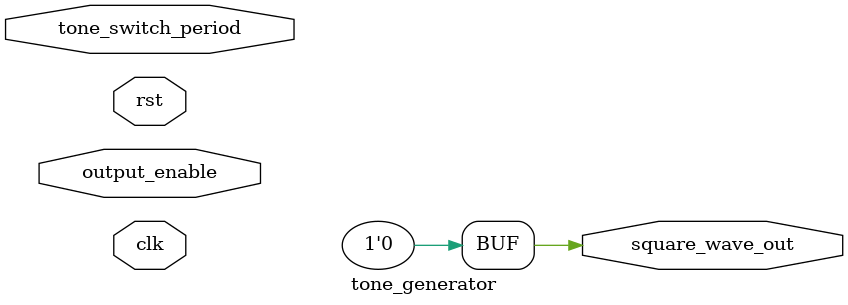
<source format=v>
module tone_generator (
    input output_enable,
    input [23:0] tone_switch_period, 
    input clk,
    input rst,
    output square_wave_out
);
    // Remove this line after copying your tone_generator implementation from lab 2
    assign square_wave_out = 1'b0;
endmodule

</source>
